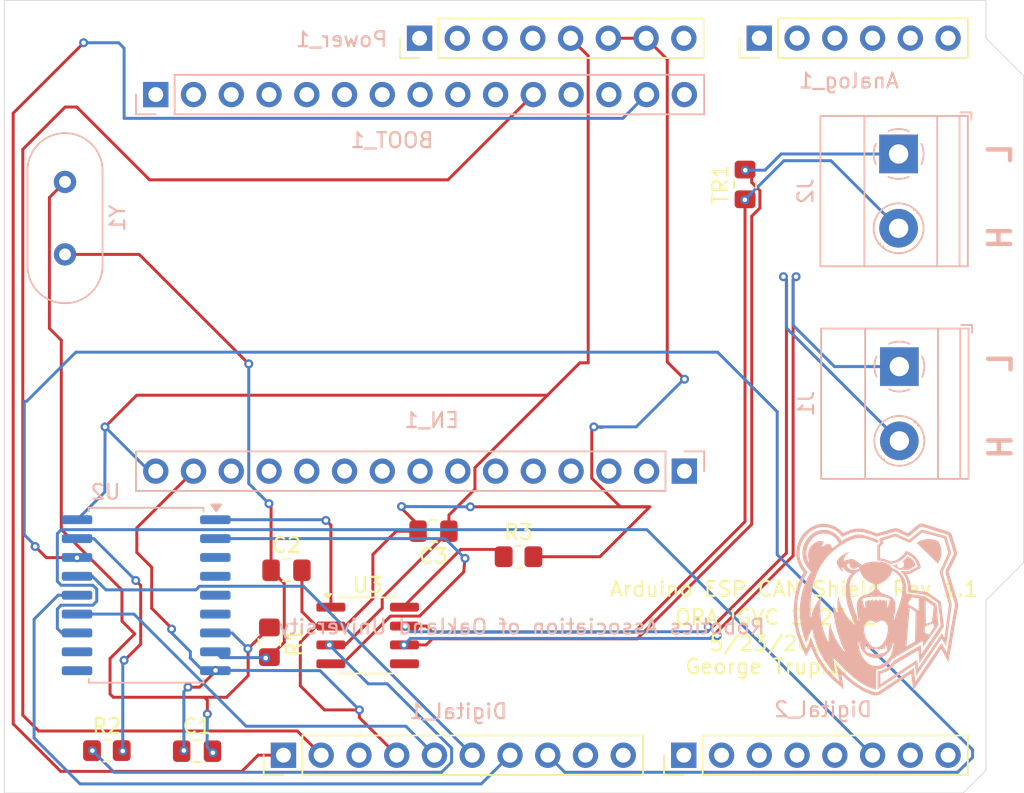
<source format=kicad_pcb>
(kicad_pcb (version 20240108) (generator "pcbnew") (generator_version "8.0")
  (layers (0 "F.Cu" signal) (31 "B.Cu" signal) (34 "B.Paste" user) (35 "F.Paste" user) (36 "B.SilkS" user "B.Silkscreen") (37 "F.SilkS" user "F.Silkscreen") (38 "B.Mask" user) (39 "F.Mask" user) (44 "Edge.Cuts" user))
  (net 0 "")
  (net 8 "Net-(U2-OSC2)")
  (net 9 "Net-(U2-OSC1)")
  (net 10 "+5V")
  (net 11 "SO")
  (net 12 "SDA")
  (net 13 "SCL")
  (net 16 "GND")
  (net 19 "SI")
  (net 29 "SCK")
  (net 30 "CS")
  (net 57 "INT")
  (net 58 "CAN+")
  (net 59 "CAN-")
  (net 60 "Net-(U2-~{RESET})")
  (net 61 "Net-(U3-Rs)")
  (net 64 "Net-(U2-RXCAN)")
  (net 68 "Net-(U2-TXCAN)")
  (footprint "Resistor_SMD:R_0805_2012Metric_Pad1.20x1.40mm_HandSolder" (layer "F.Cu") (at 41.615 65.98 -90)
    (property "Reference" "R1" (at 0 -1.65 90) (layer "F.SilkS"))
    (property "Value" "1M")
    (pad "1" smd roundrect (at -1 0 270) (size 1.2 1.4) (layers "F.Cu" "F.Paste" "F.Mask") (roundrect_rratio 0.208333) (net 8 "Net-(U2-OSC2)"))
    (pad "2" smd roundrect (at 1 0 270) (size 1.2 1.4) (layers "F.Cu" "F.Paste" "F.Mask") (roundrect_rratio 0.208333) (net 9 "Net-(U2-OSC1)"))
  )
  (footprint "Resistor_SMD:R_0805_2012Metric_Pad1.20x1.40mm_HandSolder" (layer "F.Cu") (at 73.61 35.16 90)
    (property "Reference" "TR1" (at 0 -1.65 -90) (layer "F.SilkS"))
    (property "Value" "120")
    (pad "1" smd roundrect (at -1 0 90) (size 1.2 1.4) (layers "F.Cu" "F.Paste" "F.Mask") (roundrect_rratio 0.208333) (net 58 "CAN+"))
    (pad "2" smd roundrect (at 1 0 90) (size 1.2 1.4) (layers "F.Cu" "F.Paste" "F.Mask") (roundrect_rratio 0.208333) (net 59 "CAN-"))
  )
  (footprint "Capacitor_SMD:C_0805_2012Metric_Pad1.18x1.45mm_HandSolder" (layer "F.Cu") (at 42.765 61.13)
    (property "Reference" "C2" (at 0 -1.68 0) (layer "F.SilkS"))
    (property "Value" "22pF")
    (pad "1" smd roundrect (at -1.0375 0) (size 1.175 1.45) (layers "F.Cu" "F.Paste" "F.Mask") (roundrect_rratio 0.212766) (net 9 "Net-(U2-OSC1)"))
    (pad "2" smd roundrect (at 1.0375 0) (size 1.175 1.45) (layers "F.Cu" "F.Paste" "F.Mask") (roundrect_rratio 0.212766) (net 16 "GND"))
  )
  (footprint "Connector_PinHeader_2.54mm:PinHeader_1x10_P2.54mm_Vertical" (layer "F.Cu") (at 42.56 73.58 90)
    (property "Reference" "Digital_1" (at 2.95 11.76 0) (layer "B.SilkS") (effects (justify mirror)))
    (property "Value" "Conn_01x10" (hide yes))
    (pad "1" thru_hole rect (at 0 0 90) (size 1.7 1.7) (drill 1) (layers "*.Cu" "*.Mask") (net 13 "SCL"))
    (pad "2" thru_hole oval (at 0 2.54 90) (size 1.7 1.7) (drill 1) (layers "*.Cu" "*.Mask") (net 12 "SDA"))
    (pad "3" thru_hole oval (at 0 5.08 90) (size 1.7 1.7) (drill 1) (layers "*.Cu" "*.Mask"))
    (pad "4" thru_hole oval (at 0 7.62 90) (size 1.7 1.7) (drill 1) (layers "*.Cu" "*.Mask") (net 16 "GND"))
    (pad "5" thru_hole oval (at 0 10.16 90) (size 1.7 1.7) (drill 1) (layers "*.Cu" "*.Mask") (net 29 "SCK"))
    (pad "6" thru_hole oval (at 0 12.7 90) (size 1.7 1.7) (drill 1) (layers "*.Cu" "*.Mask") (net 11 "SO"))
    (pad "7" thru_hole oval (at 0 15.24 90) (size 1.7 1.7) (drill 1) (layers "*.Cu" "*.Mask") (net 19 "SI"))
    (pad "8" thru_hole oval (at 0 17.78 90) (size 1.7 1.7) (drill 1) (layers "*.Cu" "*.Mask") (net 30 "CS"))
    (pad "9" thru_hole oval (at 0 20.32 90) (size 1.7 1.7) (drill 1) (layers "*.Cu" "*.Mask"))
    (pad "10" thru_hole oval (at 0 22.86 90) (size 1.7 1.7) (drill 1) (layers "*.Cu" "*.Mask"))
  )
  (footprint "Capacitor_SMD:C_0805_2012Metric_Pad1.18x1.45mm_HandSolder" (layer "F.Cu") (at 36.75 73.31)
    (property "Reference" "C1" (at 0 -1.68 0) (layer "F.SilkS"))
    (property "Value" "22pF")
    (pad "1" smd roundrect (at -1.0375 0) (size 1.175 1.45) (layers "F.Cu" "F.Paste" "F.Mask") (roundrect_rratio 0.212766) (net 16 "GND"))
    (pad "2" smd roundrect (at 1.0375 0) (size 1.175 1.45) (layers "F.Cu" "F.Paste" "F.Mask") (roundrect_rratio 0.212766) (net 8 "Net-(U2-OSC2)"))
  )
  (footprint "Resistor_SMD:R_0805_2012Metric_Pad1.20x1.40mm_HandSolder" (layer "F.Cu") (at 30.68 73.27)
    (property "Reference" "R2" (at 0 -1.65 0) (layer "F.SilkS"))
    (property "Value" "10k")
    (pad "1" smd roundrect (at -1 0) (size 1.2 1.4) (layers "F.Cu" "F.Paste" "F.Mask") (roundrect_rratio 0.208333) (net 10 "+5V"))
    (pad "2" smd roundrect (at 1 0) (size 1.2 1.4) (layers "F.Cu" "F.Paste" "F.Mask") (roundrect_rratio 0.208333) (net 60 "Net-(U2-~{RESET})"))
  )
  (footprint "Connector_PinHeader_2.54mm:PinHeader_1x08_P2.54mm_Vertical" (layer "F.Cu") (at 51.715 25.32 90)
    (property "Reference" "Power_1" (at -0.08 -5.245 180) (layer "B.SilkS") (effects (justify mirror)))
    (property "Value" "Conn_01x08" (hide yes))
    (pad "1" thru_hole rect (at 0 0 90) (size 1.7 1.7) (drill 1) (layers "*.Cu" "*.Mask"))
    (pad "2" thru_hole oval (at 0 2.54 90) (size 1.7 1.7) (drill 1) (layers "*.Cu" "*.Mask"))
    (pad "3" thru_hole oval (at 0 5.08 90) (size 1.7 1.7) (drill 1) (layers "*.Cu" "*.Mask"))
    (pad "4" thru_hole oval (at 0 7.62 90) (size 1.7 1.7) (drill 1) (layers "*.Cu" "*.Mask"))
    (pad "5" thru_hole oval (at 0 10.16 90) (size 1.7 1.7) (drill 1) (layers "*.Cu" "*.Mask") (net 10 "+5V"))
    (pad "6" thru_hole oval (at 0 12.7 90) (size 1.7 1.7) (drill 1) (layers "*.Cu" "*.Mask") (net 16 "GND"))
    (pad "7" thru_hole oval (at 0 15.24 90) (size 1.7 1.7) (drill 1) (layers "*.Cu" "*.Mask") (net 16 "GND"))
    (pad "8" thru_hole oval (at 0 17.78 90) (size 1.7 1.7) (drill 1) (layers "*.Cu" "*.Mask"))
  )
  (footprint "Resistor_SMD:R_0805_2012Metric_Pad1.20x1.40mm_HandSolder" (layer "F.Cu") (at 58.375 60.22)
    (property "Reference" "R3" (at 0 -1.65 0) (layer "F.SilkS"))
    (property "Value" "10k")
    (pad "1" smd roundrect (at -1 0) (size 1.2 1.4) (layers "F.Cu" "F.Paste" "F.Mask") (roundrect_rratio 0.208333) (net 61 "Net-(U3-Rs)"))
    (pad "2" smd roundrect (at 1 0) (size 1.2 1.4) (layers "F.Cu" "F.Paste" "F.Mask") (roundrect_rratio 0.208333) (net 16 "GND"))
  )
  (footprint "Connector_PinHeader_2.54mm:PinHeader_1x06_P2.54mm_Vertical" (layer "F.Cu") (at 74.57 25.31 90)
    (property "Reference" "Analog_1" (at -2.87 6.02 0) (layer "B.SilkS") (effects (justify mirror)))
    (property "Value" "Conn_01x06" (hide yes))
    (pad "1" thru_hole rect (at 0 0 90) (size 1.7 1.7) (drill 1) (layers "*.Cu" "*.Mask"))
    (pad "2" thru_hole oval (at 0 2.54 90) (size 1.7 1.7) (drill 1) (layers "*.Cu" "*.Mask"))
    (pad "3" thru_hole oval (at 0 5.08 90) (size 1.7 1.7) (drill 1) (layers "*.Cu" "*.Mask"))
    (pad "4" thru_hole oval (at 0 7.62 90) (size 1.7 1.7) (drill 1) (layers "*.Cu" "*.Mask"))
    (pad "5" thru_hole oval (at 0 10.16 90) (size 1.7 1.7) (drill 1) (layers "*.Cu" "*.Mask"))
    (pad "6" thru_hole oval (at 0 12.7 90) (size 1.7 1.7) (drill 1) (layers "*.Cu" "*.Mask"))
  )
  (footprint "Capacitor_SMD:C_0805_2012Metric_Pad1.18x1.45mm_HandSolder" (layer "F.Cu") (at 52.6525 58.5 180)
    (property "Reference" "C3" (at 0 -1.68 180) (layer "F.SilkS"))
    (property "Value" "100nF")
    (pad "1" smd roundrect (at -1.0375 0 180) (size 1.175 1.45) (layers "F.Cu" "F.Paste" "F.Mask") (roundrect_rratio 0.212766) (net 10 "+5V"))
    (pad "2" smd roundrect (at 1.0375 0 180) (size 1.175 1.45) (layers "F.Cu" "F.Paste" "F.Mask") (roundrect_rratio 0.212766) (net 16 "GND"))
  )
  (footprint "Connector_PinHeader_2.54mm:PinHeader_1x08_P2.54mm_Vertical" (layer "F.Cu") (at 69.49 73.58 90)
    (property "Reference" "Digital_2" (at 3.08 9.37 0) (layer "B.SilkS") (effects (justify mirror)))
    (property "Value" "Conn_01x08" (hide yes))
    (pad "1" thru_hole rect (at 0 0 90) (size 1.7 1.7) (drill 1) (layers "*.Cu" "*.Mask"))
    (pad "2" thru_hole oval (at 0 2.54 90) (size 1.7 1.7) (drill 1) (layers "*.Cu" "*.Mask"))
    (pad "3" thru_hole oval (at 0 5.08 90) (size 1.7 1.7) (drill 1) (layers "*.Cu" "*.Mask"))
    (pad "4" thru_hole oval (at 0 7.62 90) (size 1.7 1.7) (drill 1) (layers "*.Cu" "*.Mask"))
    (pad "5" thru_hole oval (at 0 10.16 90) (size 1.7 1.7) (drill 1) (layers "*.Cu" "*.Mask"))
    (pad "6" thru_hole oval (at 0 12.7 90) (size 1.7 1.7) (drill 1) (layers "*.Cu" "*.Mask") (net 57 "INT"))
    (pad "7" thru_hole oval (at 0 15.24 90) (size 1.7 1.7) (drill 1) (layers "*.Cu" "*.Mask"))
    (pad "8" thru_hole oval (at 0 17.78 90) (size 1.7 1.7) (drill 1) (layers "*.Cu" "*.Mask"))
  )
  (footprint "Package_SO:SOIC-8_3.9x4.9mm_P1.27mm" (layer "F.Cu") (at 48.225 65.52)
    (property "Reference" "U3" (at 0 -3.4 0) (layer "F.SilkS"))
    (property "Value" "MCP2551-I-SN")
    (pad "1" smd roundrect (at -2.475 -1.905) (size 1.95 0.6) (layers "F.Cu" "F.Paste" "F.Mask") (net 68 "Net-(U2-TXCAN)"))
    (pad "2" smd roundrect (at -2.475 -0.635) (size 1.95 0.6) (layers "F.Cu" "F.Paste" "F.Mask") (net 16 "GND"))
    (pad "3" smd roundrect (at -2.475 0.635) (size 1.95 0.6) (layers "F.Cu" "F.Paste" "F.Mask") (net 10 "+5V"))
    (pad "4" smd roundrect (at -2.475 1.905) (size 1.95 0.6) (layers "F.Cu" "F.Paste" "F.Mask") (net 64 "Net-(U2-RXCAN)"))
    (pad "5" smd roundrect (at 2.475 1.905) (size 1.95 0.6) (layers "F.Cu" "F.Paste" "F.Mask"))
    (pad "6" smd roundrect (at 2.475 0.635) (size 1.95 0.6) (layers "F.Cu" "F.Paste" "F.Mask") (net 59 "CAN-"))
    (pad "7" smd roundrect (at 2.475 -0.635) (size 1.95 0.6) (layers "F.Cu" "F.Paste" "F.Mask") (net 58 "CAN+"))
    (pad "8" smd roundrect (at 2.475 -1.905) (size 1.95 0.6) (layers "F.Cu" "F.Paste" "F.Mask") (net 61 "Net-(U3-Rs)"))
  )
  (footprint "Package_SO:SOIC-18W_7.5x11.6mm_P1.27mm" (layer "B.Cu") (at 33.325 62.81 180)
    (property "Reference" "U2" (at 2.735 6.95 180) (layer "B.SilkS") (effects (justify mirror)))
    (property "Value" "MCP2515-xSO")
    (pad "1" smd roundrect (at -4.65 5.08 180) (size 2.05 0.6) (layers "B.Cu" "B.Paste" "B.Mask") (net 68 "Net-(U2-TXCAN)"))
    (pad "2" smd roundrect (at -4.65 3.81 180) (size 2.05 0.6) (layers "B.Cu" "B.Paste" "B.Mask") (net 64 "Net-(U2-RXCAN)"))
    (pad "3" smd roundrect (at -4.65 2.54 180) (size 2.05 0.6) (layers "B.Cu" "B.Paste" "B.Mask"))
    (pad "4" smd roundrect (at -4.65 1.27 180) (size 2.05 0.6) (layers "B.Cu" "B.Paste" "B.Mask"))
    (pad "5" smd roundrect (at -4.65 0 180) (size 2.05 0.6) (layers "B.Cu" "B.Paste" "B.Mask"))
    (pad "6" smd roundrect (at -4.65 -1.27 180) (size 2.05 0.6) (layers "B.Cu" "B.Paste" "B.Mask"))
    (pad "7" smd roundrect (at -4.65 -2.54 180) (size 2.05 0.6) (layers "B.Cu" "B.Paste" "B.Mask") (net 8 "Net-(U2-OSC2)"))
    (pad "8" smd roundrect (at -4.65 -3.81 180) (size 2.05 0.6) (layers "B.Cu" "B.Paste" "B.Mask") (net 9 "Net-(U2-OSC1)"))
    (pad "9" smd roundrect (at -4.65 -5.08 180) (size 2.05 0.6) (layers "B.Cu" "B.Paste" "B.Mask") (net 16 "GND"))
    (pad "10" smd roundrect (at 4.65 -5.08 180) (size 2.05 0.6) (layers "B.Cu" "B.Paste" "B.Mask"))
    (pad "11" smd roundrect (at 4.65 -3.81 180) (size 2.05 0.6) (layers "B.Cu" "B.Paste" "B.Mask"))
    (pad "12" smd roundrect (at 4.65 -2.54 180) (size 2.05 0.6) (layers "B.Cu" "B.Paste" "B.Mask") (net 57 "INT"))
    (pad "13" smd roundrect (at 4.65 -1.27 180) (size 2.05 0.6) (layers "B.Cu" "B.Paste" "B.Mask") (net 29 "SCK"))
    (pad "14" smd roundrect (at 4.65 0 180) (size 2.05 0.6) (layers "B.Cu" "B.Paste" "B.Mask") (net 19 "SI"))
    (pad "15" smd roundrect (at 4.65 1.27 180) (size 2.05 0.6) (layers "B.Cu" "B.Paste" "B.Mask") (net 11 "SO"))
    (pad "16" smd roundrect (at 4.65 2.54 180) (size 2.05 0.6) (layers "B.Cu" "B.Paste" "B.Mask") (net 30 "CS"))
    (pad "17" smd roundrect (at 4.65 3.81 180) (size 2.05 0.6) (layers "B.Cu" "B.Paste" "B.Mask") (net 60 "Net-(U2-~{RESET})"))
    (pad "18" smd roundrect (at 4.65 5.08 180) (size 2.05 0.6) (layers "B.Cu" "B.Paste" "B.Mask") (net 10 "+5V"))
  )
  (footprint "AdditionalParts:ORA_Logo_V2" (layer "B.Cu") (at 82.426806 63.828892 180)
    (property "Reference" "G***" (hide yes))
    (property "Value" "LOGO" (hide yes))
  )
  (footprint "Connector_PinSocket_2.54mm:PinSocket_1x15_P2.54mm_Vertical" (layer "B.Cu") (at 69.53 54.46 90)
    (property "Reference" "EN_1" (at 3.43 -17 0) (layer "B.SilkS") (effects (justify mirror)))
    (property "Value" "Conn_01x15" (hide yes))
    (pad "1" thru_hole rect (at 0 0 90) (size 1.7 1.7) (drill 1) (layers "*.Cu" "*.Mask"))
    (pad "2" thru_hole oval (at 0 -2.54 90) (size 1.7 1.7) (drill 1) (layers "*.Cu" "*.Mask"))
    (pad "3" thru_hole oval (at 0 -5.08 90) (size 1.7 1.7) (drill 1) (layers "*.Cu" "*.Mask"))
    (pad "4" thru_hole oval (at 0 -7.62 90) (size 1.7 1.7) (drill 1) (layers "*.Cu" "*.Mask"))
    (pad "5" thru_hole oval (at 0 -10.16 90) (size 1.7 1.7) (drill 1) (layers "*.Cu" "*.Mask"))
    (pad "6" thru_hole oval (at 0 -12.7 90) (size 1.7 1.7) (drill 1) (layers "*.Cu" "*.Mask"))
    (pad "7" thru_hole oval (at 0 -15.24 90) (size 1.7 1.7) (drill 1) (layers "*.Cu" "*.Mask"))
    (pad "8" thru_hole oval (at 0 -17.78 90) (size 1.7 1.7) (drill 1) (layers "*.Cu" "*.Mask"))
    (pad "9" thru_hole oval (at 0 -20.32 90) (size 1.7 1.7) (drill 1) (layers "*.Cu" "*.Mask"))
    (pad "10" thru_hole oval (at 0 -22.86 90) (size 1.7 1.7) (drill 1) (layers "*.Cu" "*.Mask"))
    (pad "11" thru_hole oval (at 0 -25.4 90) (size 1.7 1.7) (drill 1) (layers "*.Cu" "*.Mask"))
    (pad "12" thru_hole oval (at 0 -27.94 90) (size 1.7 1.7) (drill 1) (layers "*.Cu" "*.Mask"))
    (pad "13" thru_hole oval (at 0 -30.48 90) (size 1.7 1.7) (drill 1) (layers "*.Cu" "*.Mask"))
    (pad "14" thru_hole oval (at 0 -33.02 90) (size 1.7 1.7) (drill 1) (layers "*.Cu" "*.Mask") (net 16 "GND"))
    (pad "15" thru_hole oval (at 0 -35.56 90) (size 1.7 1.7) (drill 1) (layers "*.Cu" "*.Mask") (net 10 "+5V"))
  )
  (footprint "TerminalBlock_Phoenix:TerminalBlock_Phoenix_MKDS-1,5-2_1x02_P5.00mm_Horizontal" (layer "B.Cu") (at 83.99 47.42 -90)
    (property "Reference" "J1" (at 2.5 6.26 90) (layer "B.SilkS") (effects (justify mirror)))
    (property "Value" "CAN")
    (pad "1" thru_hole rect (at 0 0 270) (size 2.6 2.6) (drill 1.3) (layers "*.Cu" "*.Mask") (net 59 "CAN-"))
    (pad "2" thru_hole circle (at 5 0 270) (size 2.6 2.6) (drill 1.3) (layers "*.Cu" "*.Mask") (net 58 "CAN+"))
  )
  (footprint "TerminalBlock_Phoenix:TerminalBlock_Phoenix_MKDS-1,5-2_1x02_P5.00mm_Horizontal" (layer "B.Cu") (at 83.94 33.11 -90)
    (property "Reference" "J2" (at 2.5 6.26 90) (layer "B.SilkS") (effects (justify mirror)))
    (property "Value" "CAN")
    (pad "1" thru_hole rect (at 0 0 270) (size 2.6 2.6) (drill 1.3) (layers "*.Cu" "*.Mask") (net 59 "CAN-"))
    (pad "2" thru_hole circle (at 5 0 270) (size 2.6 2.6) (drill 1.3) (layers "*.Cu" "*.Mask") (net 58 "CAN+"))
  )
  (footprint "Connector_PinSocket_2.54mm:PinSocket_1x15_P2.54mm_Vertical" (layer "B.Cu") (at 33.97 29.11 -90)
    (property "Reference" "BOOT_1" (at 3.08 -15.885 180) (layer "B.SilkS") (effects (justify mirror)))
    (property "Value" "Conn_01x15" (hide yes))
    (pad "1" thru_hole rect (at 0 0 270) (size 1.7 1.7) (drill 1) (layers "*.Cu" "*.Mask"))
    (pad "2" thru_hole oval (at 0 -2.54 270) (size 1.7 1.7) (drill 1) (layers "*.Cu" "*.Mask"))
    (pad "3" thru_hole oval (at 0 -5.08 270) (size 1.7 1.7) (drill 1) (layers "*.Cu" "*.Mask"))
    (pad "4" thru_hole oval (at 0 -7.62 270) (size 1.7 1.7) (drill 1) (layers "*.Cu" "*.Mask"))
    (pad "5" thru_hole oval (at 0 -10.16 270) (size 1.7 1.7) (drill 1) (layers "*.Cu" "*.Mask"))
    (pad "6" thru_hole oval (at 0 -12.7 270) (size 1.7 1.7) (drill 1) (layers "*.Cu" "*.Mask"))
    (pad "7" thru_hole oval (at 0 -15.24 270) (size 1.7 1.7) (drill 1) (layers "*.Cu" "*.Mask"))
    (pad "8" thru_hole oval (at 0 -17.78 270) (size 1.7 1.7) (drill 1) (layers "*.Cu" "*.Mask"))
    (pad "9" thru_hole oval (at 0 -20.32 270) (size 1.7 1.7) (drill 1) (layers "*.Cu" "*.Mask"))
    (pad "10" thru_hole oval (at 0 -22.86 270) (size 1.7 1.7) (drill 1) (layers "*.Cu" "*.Mask"))
    (pad "11" thru_hole oval (at 0 -25.4 270) (size 1.7 1.7) (drill 1) (layers "*.Cu" "*.Mask") (net 12 "SDA"))
    (pad "12" thru_hole oval (at 0 -27.94 270) (size 1.7 1.7) (drill 1) (layers "*.Cu" "*.Mask"))
    (pad "13" thru_hole oval (at 0 -30.48 270) (size 1.7 1.7) (drill 1) (layers "*.Cu" "*.Mask"))
    (pad "14" thru_hole oval (at 0 -33.02 270) (size 1.7 1.7) (drill 1) (layers "*.Cu" "*.Mask") (net 13 "SCL"))
    (pad "15" thru_hole oval (at 0 -35.56 270) (size 1.7 1.7) (drill 1) (layers "*.Cu" "*.Mask"))
  )
  (footprint "Crystal:Crystal_HC49-4H_Vertical" (layer "B.Cu") (at 27.865 39.87 90)
    (property "Reference" "Y1" (at 2.44 3.525 -90) (layer "B.SilkS") (effects (justify mirror)))
    (property "Value" "8Mhz")
    (pad "1" thru_hole circle (at 0 0 90) (size 1.5 1.5) (drill 0.8) (layers "*.Cu" "*.Mask") (net 9 "Net-(U2-OSC1)"))
    (pad "2" thru_hole circle (at 4.88 0 90) (size 1.5 1.5) (drill 0.8) (layers "*.Cu" "*.Mask") (net 8 "Net-(U2-OSC2)"))
  )
  (gr_line (start 92.3 60.67) (end 92.36 60.61) (stroke (width 0.05)) (layer "Edge.Cuts"))
  (gr_line (start 89.82 63.15) (end 89.82 63.27) (stroke (width 0.05)) (layer "Edge.Cuts"))
  (gr_line (start 92.27 60.7) (end 92.3 60.67) (stroke (width 0.05)) (layer "Edge.Cuts"))
  (gr_line (start 23.78 22.77) (end 23.78 75.96) (stroke (width 0.05)) (layer "Edge.Cuts"))
  (gr_line (start 89.82 74.31) (end 89.82 63.27) (stroke (width 0.05)) (layer "Edge.Cuts"))
  (gr_line (start 23.78 76.11) (end 88.19 76.11) (stroke (width 0.05)) (layer "Edge.Cuts"))
  (gr_line (start 89.82 25.31) (end 89.82 22.9) (stroke (width 0.05)) (layer "Edge.Cuts"))
  (gr_line (start 75.33 22.77) (end 23.78 22.77) (stroke (width 0.05)) (layer "Edge.Cuts"))
  (gr_line (start 88.51 75.9) (end 89.72 74.69) (stroke (width 0.05)) (layer "Edge.Cuts"))
  (gr_line (start 92.36 27.85) (end 92.16 27.65) (stroke (width 0.05)) (layer "Edge.Cuts"))
  (gr_line (start 88.3 76.11) (end 88.19 76.11) (stroke (width 0.05)) (layer "Edge.Cuts"))
  (gr_line (start 92.16 27.65) (end 89.82 25.31) (stroke (width 0.05)) (layer "Edge.Cuts"))
  (gr_line (start 23.78 75.96) (end 23.78 76.11) (stroke (width 0.05)) (layer "Edge.Cuts"))
  (gr_line (start 89.82 22.9) (end 89.82 22.77) (stroke (width 0.05)) (layer "Edge.Cuts"))
  (gr_line (start 89.93 63.04) (end 92.27 60.7) (stroke (width 0.05)) (layer "Edge.Cuts"))
  (gr_line (start 89.82 22.77) (end 89.63 22.77) (stroke (width 0.05)) (layer "Edge.Cuts"))
  (gr_line (start 89.82 74.59) (end 89.82 74.51) (stroke (width 0.05)) (layer "Edge.Cuts"))
  (gr_line (start 92.36 28.01) (end 92.36 27.85) (stroke (width 0.05)) (layer "Edge.Cuts"))
  (gr_line (start 89.72 74.69) (end 89.82 74.59) (stroke (width 0.05)) (layer "Edge.Cuts"))
  (gr_line (start 89.82 74.31) (end 89.82 74.51) (stroke (width 0.05)) (layer "Edge.Cuts"))
  (gr_line (start 89.93 63.04) (end 89.82 63.15) (stroke (width 0.05)) (layer "Edge.Cuts"))
  (gr_line (start 88.51 75.9) (end 88.3 76.11) (stroke (width 0.05)) (layer "Edge.Cuts"))
  (gr_line (start 92.36 60.61) (end 92.36 28.01) (stroke (width 0.05)) (layer "Edge.Cuts"))
  (gr_line (start 89.63 22.77) (end 75.33 22.77) (stroke (width 0.05)) (layer "Edge.Cuts"))
  (gr_text "Robotics Association of Oakland University" (at 75.035 65.52 -0) (layer "B.SilkS") (effects (font (size 1 1)) (justify left bottom mirror)))
  (gr_text "H\n" (at 91.64 37.75 90) (layer "B.SilkS") (effects (font (size 1.5 1.5) (thickness 0.3) (bold yes)) (justify left bottom mirror)))
  (gr_text "L\n" (at 91.67 46.34 90) (layer "B.SilkS") (effects (font (size 1.5 1.5) (thickness 0.3) (bold yes)) (justify left bottom mirror)))
  (gr_text "H\n" (at 91.67 51.84 90) (layer "B.SilkS") (effects (font (size 1.5 1.5) (thickness 0.3) (bold yes)) (justify left bottom mirror)))
  (gr_text "L\n" (at 91.64 32.25 90) (layer "B.SilkS") (effects (font (size 1.5 1.5) (thickness 0.3) (bold yes)) (justify left bottom mirror)))
  (gr_text "ORA IGVC 2023/24" (at 68.8 64.89 0) (layer "F.SilkS") (effects (font (size 1 1)) (justify left bottom)))
  (gr_text "George Trupiano" (at 69.51 68.2 -0) (layer "F.SilkS") (effects (font (size 1 1)) (justify left bottom)))
  (gr_text "Arduino ESP CAN Shield Rev 1.1" (at 64.42 62.98 0) (layer "F.SilkS") (effects (font (size 1 1)) (justify left bottom)))
  (gr_text "5/23/2024\n" (at 71.12 66.65 0) (layer "F.SilkS") (effects (font (size 1 1)) (justify left bottom)))
  (segment (start 26.815 36.04) (end 27.865 34.99) (width 0.2) (layer "F.Cu") (net 8))
  (segment (start 40.185 66.41) (end 40.165 66.41) (width 0.2) (layer "F.Cu") (net 8))
  (segment (start 31.695 62.461471) (end 27.615 58.381471) (width 0.2) (layer "F.Cu") (net 8))
  (segment (start 37.44 70.81) (end 37.44 69.87) (width 0.2) (layer "F.Cu") (net 8))
  (segment (start 26.815 44.85) (end 26.815 36.04) (width 0.2) (layer "F.Cu") (net 8))
  (segment (start 32.555 65.4125) (end 31.695 64.5525) (width 0.2) (layer "F.Cu") (net 8))
  (segment (start 27.615 58.381471) (end 27.615 45.65) (width 0.2) (layer "F.Cu") (net 8))
  (segment (start 40.185 68.23) (end 40.185 66.41) (width 0.2) (layer "F.Cu") (net 8))
  (segment (start 27.615 45.65) (end 26.815 44.85) (width 0.2) (layer "F.Cu") (net 8))
  (segment (start 38.735 69.68) (end 40.185 68.23) (width 0.2) (layer "F.Cu") (net 8))
  (segment (start 37.44 69.87) (end 37.25 69.68) (width 0.2) (layer "F.Cu") (net 8))
  (segment (start 40.185 66.41) (end 40.185 66.41) (width 0.2) (layer "F.Cu") (net 8))
  (segment (start 30.895 67.0725) (end 30.895 69.46) (width 0.2) (layer "F.Cu") (net 8))
  (segment (start 37.25 69.68) (end 38.735 69.68) (width 0.2) (layer "F.Cu") (net 8))
  (segment (start 31.115 69.68) (end 37.25 69.68) (width 0.2) (layer "F.Cu") (net 8))
  (segment (start 32.555 65.4125) (end 30.895 67.0725) (width 0.2) (layer "F.Cu") (net 8))
  (segment (start 30.895 69.46) (end 31.115 69.68) (width 0.2) (layer "F.Cu") (net 8))
  (segment (start 40.165 66.41) (end 40.165 66.43) (width 0.2) (layer "F.Cu") (net 8))
  (segment (start 31.695 64.5525) (end 31.695 62.461471) (width 0.2) (layer "F.Cu") (net 8))
  (segment (start 40.165 66.43) (end 41.615 64.98) (width 0.2) (layer "F.Cu") (net 8))
  (via (at 37.44 70.81) (size 0.6) (drill 0.3) (layers "F.Cu" "B.Cu") (net 8))
  (via (at 37.81 73.41) (size 0.6) (drill 0.3) (layers "F.Cu" "B.Cu") (net 8))
  (via (at 40.165 66.41) (size 0.6) (drill 0.3) (layers "F.Cu" "B.Cu") (net 8))
  (segment (start 37.42 73.02) (end 37.44 70.81) (width 0.2) (layer "B.Cu") (net 8))
  (segment (start 37.975 65.35) (end 39.105 65.35) (width 0.2) (layer "B.Cu") (net 8))
  (segment (start 39.105 65.35) (end 40.165 66.41) (width 0.2) (layer "B.Cu") (net 8))
  (segment (start 37.81 73.41) (end 37.42 73.02) (width 0.2) (layer "B.Cu") (net 8))
  (segment (start 37.44 70.81) (end 37.42 70.83) (width 0.2) (layer "B.Cu") (net 8))
  (segment (start 41.685 56.65) (end 41.585 56.65) (width 0.2) (layer "F.Cu") (net 9))
  (segment (start 42.615 65.98) (end 41.615 66.98) (width 0.2) (layer "F.Cu") (net 9))
  (segment (start 32.855 39.87) (end 27.865 39.87) (width 0.2) (layer "F.Cu") (net 9))
  (segment (start 40.225 47.24) (end 32.855 39.87) (width 0.2) (layer "F.Cu") (net 9))
  (segment (start 42.615 62.0175) (end 42.615 65.98) (width 0.2) (layer "F.Cu") (net 9))
  (segment (start 41.7275 56.6925) (end 41.685 56.65) (width 0.2) (layer "F.Cu") (net 9))
  (segment (start 41.7275 61.13) (end 42.615 62.0175) (width 0.2) (layer "F.Cu") (net 9))
  (segment (start 41.585 56.65) (end 41.585 56.55) (width 0.2) (layer "F.Cu") (net 9))
  (segment (start 41.585 56.55) (end 41.685 56.65) (width 0.2) (layer "F.Cu") (net 9))
  (segment (start 41.7275 61.13) (end 41.7275 56.6925) (width 0.2) (layer "F.Cu") (net 9))
  (via (at 40.225 47.24) (size 0.6) (drill 0.3) (layers "F.Cu" "B.Cu") (net 9))
  (via (at 41.365 67.04) (size 0.6) (drill 0.3) (layers "F.Cu" "B.Cu") (net 9))
  (via (at 41.585 56.65) (size 0.6) (drill 0.3) (layers "F.Cu" "B.Cu") (net 9))
  (segment (start 40.225 47.24) (end 40.245 47.24) (width 0.2) (layer "B.Cu") (net 9))
  (segment (start 40.245 47.24) (end 40.185 47.3) (width 0.2) (layer "B.Cu") (net 9))
  (segment (start 41.315 67.04) (end 41.365 67.04) (width 0.2) (layer "B.Cu") (net 9))
  (segment (start 41.365 67.04) (end 41.365 67.09) (width 0.2) (layer "B.Cu") (net 9))
  (segment (start 40.225 55.29) (end 41.585 56.65) (width 0.2) (layer "B.Cu") (net 9))
  (segment (start 40.225 47.24) (end 40.225 55.29) (width 0.2) (layer "B.Cu") (net 9))
  (segment (start 41.365 67.09) (end 41.305 67.03) (width 0.2) (layer "B.Cu") (net 9))
  (segment (start 38.365 67.01) (end 41.285 67.01) (width 0.2) (layer "B.Cu") (net 9))
  (segment (start 41.285 67.01) (end 41.315 67.04) (width 0.2) (layer "B.Cu") (net 9))
  (segment (start 37.975 66.62) (end 38.365 67.01) (width 0.2) (layer "B.Cu") (net 9))
  (segment (start 49.205 63.674999) (end 49.205 62.985) (width 0.2) (layer "F.Cu") (net 10))
  (segment (start 45.75 66.155) (end 45.745 66.155) (width 0.2) (layer "F.Cu") (net 10))
  (segment (start 61.875 25.32) (end 63.06 26.505) (width 0.2) (layer "F.Cu") (net 10))
  (segment (start 63.06 26.505) (end 63.06 47.17) (width 0.2) (layer "F.Cu") (net 10))
  (segment (start 60.316827 49.346827) (end 62.493654 47.17) (width 0.2) (layer "F.Cu") (net 10))
  (segment (start 30.56 51.48) (end 32.693173 49.346827) (width 0.2) (layer "F.Cu") (net 10))
  (segment (start 60.316827 49.346827) (end 55.44 54.223654) (width 0.2) (layer "F.Cu") (net 10))
  (segment (start 45.755 66.155) (end 46.724999 66.155) (width 0.2) (layer "F.Cu") (net 10))
  (segment (start 55.44 55.67) (end 53.69 57.42) (width 0.2) (layer "F.Cu") (net 10))
  (segment (start 53.69 57.42) (end 53.69 58.5) (width 0.2) (layer "F.Cu") (net 10))
  (segment (start 46.724999 66.155) (end 49.205 63.674999) (width 0.2) (layer "F.Cu") (net 10))
  (segment (start 49.205 62.985) (end 53.69 58.5) (width 0.2) (layer "F.Cu") (net 10))
  (segment (start 45.745 66.155) (end 45.65 66.16) (width 0.2) (layer "F.Cu") (net 10))
  (segment (start 55.44 54.223654) (end 55.44 55.67) (width 0.2) (layer "F.Cu") (net 10))
  (segment (start 32.693173 49.346827) (end 60.316827 49.346827) (width 0.2) (layer "F.Cu") (net 10))
  (segment (start 45.65 66.16) (end 45.755 66.155) (width 0.2) (layer "F.Cu") (net 10))
  (segment (start 62.493654 47.17) (end 63.06 47.17) (width 0.2) (layer "F.Cu") (net 10))
  (via (at 30.56 51.48) (size 0.6) (drill 0.3) (layers "F.Cu" "B.Cu") (net 10))
  (via (at 29.71 73.27) (size 0.6) (drill 0.3) (layers "F.Cu" "B.Cu") (net 10))
  (via (at 45.65 66.16) (size 0.6) (drill 0.3) (layers "F.Cu" "B.Cu") (net 10))
  (segment (start 48.265 68.775) (end 49.541346 68.775) (width 0.2) (layer "B.Cu") (net 10))
  (segment (start 28.675 57.73) (end 30.54 55.865) (width 0.2) (layer "B.Cu") (net 10))
  (segment (start 53.87 73.103654) (end 53.87 74.056346) (width 0.2) (layer "B.Cu") (net 10))
  (segment (start 53.87 74.056346) (end 53.196346 74.73) (width 0.2) (layer "B.Cu") (net 10))
  (segment (start 45.65 66.16) (end 48.265 68.775) (width 0.2) (layer "B.Cu") (net 10))
  (segment (start 33.54 54.46) (end 30.56 51.48) (width 0.2) (layer "B.Cu") (net 10))
  (segment (start 30.56 51.48) (end 30.54 51.55) (width 0.2) (layer "B.Cu") (net 10))
  (segment (start 31.17 74.73) (end 29.71 73.27) (width 0.2) (layer "B.Cu") (net 10))
  (segment (start 49.541346 68.775) (end 53.87 73.103654) (width 0.2) (layer "B.Cu") (net 10))
  (segment (start 53.196346 74.73) (end 31.17 74.73) (width 0.2) (layer "B.Cu") (net 10))
  (segment (start 30.54 55.865) (end 30.56 51.48) (width 0.2) (layer "B.Cu") (net 10))
  (segment (start 33.97 54.46) (end 33.54 54.46) (width 0.2) (layer "B.Cu") (net 10))
  (segment (start 43.91 62.21) (end 55.28 73.58) (width 0.2) (layer "B.Cu") (net 11))
  (segment (start 30.616238 62.45) (end 36.669448 62.45) (width 0.2) (layer "B.Cu") (net 11))
  (segment (start 36.669448 62.45) (end 36.909448 62.21) (width 0.2) (layer "B.Cu") (net 11))
  (segment (start 36.909448 62.21) (end 43.91 62.21) (width 0.2) (layer "B.Cu") (net 11))
  (segment (start 29.706238 61.54) (end 30.616238 62.45) (width 0.2) (layer "B.Cu") (net 11))
  (segment (start 28.675 61.54) (end 29.706238 61.54) (width 0.2) (layer "B.Cu") (net 11))
  (segment (start 28.655 29.95) (end 33.555 34.85) (width 0.2) (layer "F.Cu") (net 12))
  (segment (start 25.025 70.885) (end 25.025 32.8) (width 0.2) (layer "F.Cu") (net 12))
  (segment (start 33.555 34.85) (end 53.63 34.85) (width 0.2) (layer "F.Cu") (net 12))
  (segment (start 53.63 34.85) (end 59.37 29.11) (width 0.2) (layer "F.Cu") (net 12))
  (segment (start 43.49 71.95) (end 26.09 71.95) (width 0.2) (layer "F.Cu") (net 12))
  (segment (start 45.12 73.58) (end 43.49 71.95) (width 0.2) (layer "F.Cu") (net 12))
  (segment (start 26.09 71.95) (end 25.025 70.885) (width 0.2) (layer "F.Cu") (net 12))
  (segment (start 25.025 32.8) (end 27.875 29.95) (width 0.2) (layer "F.Cu") (net 12))
  (segment (start 27.875 29.95) (end 28.655 29.95) (width 0.2) (layer "F.Cu") (net 12))
  (segment (start 29.12 25.62) (end 29.115 25.63) (width 0.2) (layer "F.Cu") (net 13))
  (segment (start 40.85 73.58) (end 42.58 73.58) (width 0.2) (layer "F.Cu") (net 13))
  (segment (start 39.76 74.67) (end 40.85 73.58) (width 0.2) (layer "F.Cu") (net 13))
  (segment (start 27.579 74.67) (end 39.76 74.67) (width 0.2) (layer "F.Cu") (net 13))
  (segment (start 29.115 25.631) (end 29.12 25.62) (width 0.2) (layer "F.Cu") (net 13))
  (segment (start 24.38 71.471) (end 24.38 30.366) (width 0.2) (layer "F.Cu") (net 13))
  (segment (start 27.579 74.67) (end 24.38 71.471) (width 0.2) (layer "F.Cu") (net 13))
  (segment (start 24.38 30.366) (end 29.115 25.631) (width 0.2) (layer "F.Cu") (net 13))
  (via (at 29.12 25.62) (size 0.6) (drill 0.3) (layers "F.Cu" "B.Cu") (net 13))
  (segment (start 29.12 25.62) (end 31.47 25.62) (width 0.2) (layer "B.Cu") (net 13))
  (segment (start 31.84 25.99) (end 31.84 30.71) (width 0.2) (layer "B.Cu") (net 13))
  (segment (start 65.39 30.71) (end 66.99 29.11) (width 0.2) (layer "B.Cu") (net 13))
  (segment (start 31.47 25.62) (end 31.84 25.99) (width 0.2) (layer "B.Cu") (net 13))
  (segment (start 31.84 30.71) (end 65.39 30.71) (width 0.2) (layer "B.Cu") (net 13))
  (segment (start 67.205 56.86) (end 65.223654 56.86) (width 0.2) (layer "F.Cu") (net 16))
  (segment (start 48.575 60.07) (end 50.145 58.5) (width 0.2) (layer "F.Cu") (net 16))
  (segment (start 48.575 63.034999) (end 48.575 60.07) (width 0.2) (layer "F.Cu") (net 16))
  (segment (start 64.415 25.32) (end 66.955 25.32) (width 0.2) (layer "F.Cu") (net 16))
  (segment (start 33.695 63.7) (end 33.705 63.7) (width 0.2) (layer "F.Cu") (net 16))
  (segment (start 63.845 60.22) (end 59.375 60.22) (width 0.2) (layer "F.Cu") (net 16))
  (segment (start 47.665 70.53) (end 47.665 71.045) (width 0.2) (layer "F.Cu") (net 16))
  (segment (start 35.035 65.09) (end 35.095 65.09) (width 0.2) (layer "F.Cu") (net 16))
  (segment (start 50.145 58.5) (end 51.615 58.5) (width 0.2) (layer "F.Cu") (net 16))
  (segment (start 35.035 65.03) (end 35.035 65.09) (width 0.2) (layer "F.Cu") (net 16))
  (segment (start 44.775001 64.885) (end 43.695 65.965001) (width 0.2) (layer "F.Cu") (net 16))
  (segment (start 43.8025 63.912499) (end 44.775001 64.885) (width 0.2) (layer "F.Cu") (net 16))
  (segment (start 63.3 54.936346) (end 63.3 51.62) (width 0.2) (layer "F.Cu") (net 16))
  (segment (start 50.505 56.96) (end 50.505 56.84) (width 0.2) (layer "F.Cu") (net 16))
  (segment (start 50.505 56.84) (end 50.385 56.84) (width 0.2) (layer "F.Cu") (net 16))
  (segment (start 43.695 65.965001) (end 43.695 68.91) (width 0.2) (layer "F.Cu") (net 16))
  (segment (start 32.695 59.93) (end 32.695 58.275) (width 0.2) (layer "F.Cu") (net 16))
  (segment (start 64.04 51.51) (end 63.44 51.48) (width 0.2) (layer "F.Cu") (net 16))
  (segment (start 43.695 68.91) (end 45.315 70.53) (width 0.2) (layer "F.Cu") (net 16))
  (segment (start 51.615 58.5) (end 51.615 58.07) (width 0.2) (layer "F.Cu") (net 16))
  (segment (start 36.14 69) (end 36.92 69) (width 0.2) (layer "F.Cu") (net 16))
  (segment (start 45.315 70.53) (end 47.665 70.53) (width 0.2) (layer "F.Cu") (net 16))
  (segment (start 35.6725 73.27) (end 35.86 73.26) (width 0.2) (layer "F.Cu") (net 16))
  (segment (start 51.615 58.07) (end 50.505 56.96) (width 0.2) (layer "F.Cu") (net 16))
  (segment (start 45.75 64.885) (end 46.724999 64.885) (width 0.2) (layer "F.Cu") (net 16))
  (segment (start 50.385 56.84) (end 50.465 56.92) (width 0.2) (layer "F.Cu") (net 16))
  (segment (start 63.3 51.62) (end 63.44 51.48) (width 0.2) (layer "F.Cu") (net 16))
  (segment (start 68.38 47.11) (end 68.38 26.745) (width 0.2) (layer "F.Cu") (net 16))
  (segment (start 32.695 58.275) (end 36.51 54.46) (width 0.2) (layer "F.Cu") (net 16))
  (segment (start 35.095 65.09) (end 35.035 65.03) (width 0.2) (layer "F.Cu") (net 16))
  (segment (start 67.205 56.86) (end 63.845 60.22) (width 0.2) (layer "F.Cu") (net 16))
  (segment (start 69.54 48.27) (end 68.38 47.11) (width 0.2) (layer "F.Cu") (net 16))
  (segment (start 33.705 63.7) (end 35.035 65.03) (width 0.2) (layer "F.Cu") (net 16))
  (segment (start 55.135 56.86) (end 67.205 56.86) (width 0.2) (layer "F.Cu") (net 16))
  (segment (start 43.8025 61.13) (end 43.8025 63.912499) (width 0.2) (layer "F.Cu") (net 16))
  (segment (start 33.695 60.93) (end 33.695 63.7) (width 0.2) (layer "F.Cu") (net 16))
  (segment (start 35.86 73.26) (end 35.7125 73.31) (width 0.2) (layer "F.Cu") (net 16))
  (segment (start 68.38 26.745) (end 66.955 25.32) (width 0.2) (layer "F.Cu") (net 16))
  (segment (start 32.695 59.93) (end 33.695 60.93) (width 0.2) (layer "F.Cu") (net 16))
  (segment (start 46.724999 64.885) (end 48.575 63.034999) (width 0.2) (layer "F.Cu") (net 16))
  (segment (start 44.775001 64.885) (end 45.75 64.885) (width 0.2) (layer "F.Cu") (net 16))
  (segment (start 47.665 71.045) (end 50.2 73.58) (width 0.2) (layer "F.Cu") (net 16))
  (segment (start 36.92 69) (end 38.01 67.91) (width 0.2) (layer "F.Cu") (net 16))
  (segment (start 65.223654 56.86) (end 63.3 54.936346) (width 0.2) (layer "F.Cu") (net 16))
  (segment (start 63.44 51.48) (end 63.44 51.51) (width 0.2) (layer "F.Cu") (net 16))
  (via (at 69.54 48.27) (size 0.6) (drill 0.3) (layers "F.Cu" "B.Cu") (net 16))
  (via (at 55.135 56.86) (size 0.6) (drill 0.3) (layers "F.Cu" "B.Cu") (net 16))
  (via (at 50.505 56.84) (size 0.6) (drill 0.3) (layers "F.Cu" "B.Cu") (net 16))
  (via (at 37.99 67.87) (size 0.6) (drill 0.3) (layers "F.Cu" "B.Cu") (net 16))
  (via (at 47.665 70.53) (size 0.6) (drill 0.3) (layers "F.Cu" "B.Cu") (net 16))
  (via (at 63.44 51.48) (size 0.6) (drill 0.3) (layers "F.Cu" "B.Cu") (net 16))
  (via (at 35.035 65.09) (size 0.6) (drill 0.3) (layers "F.Cu" "B.Cu") (net 16))
  (via (at 35.86 73.26) (size 0.6) (drill 0.3) (layers "F.Cu" "B.Cu") (net 16))
  (via (at 36.14 69) (size 0.6) (drill 0.3) (layers "F.Cu" "B.Cu") (net 16))
  (segment (start 63.44 51.48) (end 66.29 51.48) (width 0.2) (layer "B.Cu") (net 16))
  (segment (start 36.16 69) (end 36.14 69.02) (width 0.2) (layer "B.Cu") (net 16))
  (segment (start 37.99 67.87) (end 45.025 67.89) (width 0.2) (layer "B.Cu") (net 16))
  (segment (start 66.29 51.48) (end 69.5 48.27) (width 0.2) (layer "B.Cu") (net 16))
  (segment (start 69.54 48.23) (end 69.47 48.3) (width 0.2) (layer "B.Cu") (net 16))
  (segment (start 47.665 70.53) (end 47.685 70.55) (width 0.2) (layer "B.Cu") (net 16))
  (segment (start 35.86 73.26) (end 35.86 69.3) (width 0.2) (layer "B.Cu") (net 16))
  (segment (start 45.025 67.89) (end 47.665 70.53) (width 0.2) (layer "B.Cu") (net 16))
  (segment (start 55.135 56.86) (end 55.155 56.84) (width 0.2) (layer "B.Cu") (net 16))
  (segment (start 69.5 48.27) (end 69.54 48.27) (width 0.2) (layer "B.Cu") (net 16))
  (segment (start 35.035 65.345552) (end 36.295 66.605552) (width 0.2) (layer "B.Cu") (net 16))
  (segment (start 37.975 67.89) (end 37.99 67.87) (width 0.2) (layer "B.Cu") (net 16))
  (segment (start 37.145 67.89) (end 37.975 67.89) (width 0.2) (layer "B.Cu") (net 16))
  (segment (start 35.035 65.09) (end 35.035 65.345552) (width 0.2) (layer "B.Cu") (net 16))
  (segment (start 35.86 69.3) (end 36.14 69.02) (width 0.2) (layer "B.Cu") (net 16))
  (segment (start 69.54 48.27) (end 69.54 48.23) (width 0.2) (layer "B.Cu") (net 16))
  (segment (start 36.295 66.605552) (end 36.295 67.04) (width 0.2) (layer "B.Cu") (net 16))
  (segment (start 50.505 56.84) (end 55.135 56.86) (width 0.2) (layer "B.Cu") (net 16))
  (segment (start 36.14 69) (end 36.16 69) (width 0.2) (layer "B.Cu") (net 16))
  (segment (start 36.14 69.02) (end 36.14 69) (width 0.2) (layer "B.Cu") (net 16))
  (segment (start 36.295 67.04) (end 37.145 67.89) (width 0.2) (layer "B.Cu") (net 16))
  (segment (start 55.155 56.84) (end 55.175 56.82) (width 0.2) (layer "B.Cu") (net 16))
  (segment (start 55.87 75.51) (end 57.8 73.58) (width 0.2) (layer "B.Cu") (net 19))
  (segment (start 25.785 64.43) (end 25.785 72.42) (width 0.2) (layer "B.Cu") (net 19))
  (segment (start 28.675 62.81) (end 27.405 62.81) (width 0.2) (layer "B.Cu") (net 19))
  (segment (start 25.785 72.42) (end 28.875 75.51) (width 0.2) (layer "B.Cu") (net 19))
  (segment (start 28.875 75.51) (end 55.87 75.51) (width 0.2) (layer "B.Cu") (net 19))
  (segment (start 27.405 62.81) (end 25.785 64.43) (width 0.2) (layer "B.Cu") (net 19))
  (segment (start 28.675 64.08) (end 32.499448 64.08) (width 0.2) (layer "B.Cu") (net 29))
  (segment (start 40.049448 71.63) (end 50.79 71.63) (width 0.2) (layer "B.Cu") (net 29))
  (segment (start 32.499448 64.08) (end 40.049448 71.63) (width 0.2) (layer "B.Cu") (net 29))
  (segment (start 50.79 71.63) (end 52.74 73.58) (width 0.2) (layer "B.Cu") (net 29))
  (segment (start 25.855 59.53) (end 26.605 60.28) (width 0.2) (layer "F.Cu") (net 30))
  (segment (start 28.675 60.29) (end 28.545 60.28) (width 0.2) (layer "F.Cu") (net 30))
  (segment (start 28.525 60.28) (end 28.675 60.29) (width 0.2) (layer "F.Cu") (net 30))
  (segment (start 26.605 60.28) (end 28.525 60.28) (width 0.2) (layer "F.Cu") (net 30))
  (segment (start 28.545 60.28) (end 28.535 60.28) (width 0.2) (layer "F.Cu") (net 30))
  (via (at 28.675 60.29) (size 0.6) (drill 0.3) (layers "F.Cu" "B.Cu") (net 30))
  (via (at 25.855 59.53) (size 0.6) (drill 0.3) (layers "F.Cu" "B.Cu") (net 30))
  (segment (start 71.765 46.45) (end 75.775 50.46) (width 0.2) (layer "B.Cu") (net 30))
  (segment (start 88.915 73.22) (end 88.915 73.726346) (width 0.2) (layer "B.Cu") (net 30))
  (segment (start 25.855 59.53) (end 25.835 59.47) (width 0.2) (layer "B.Cu") (net 30))
  (segment (start 25.125 58.74) (end 25.125 49.76) (width 0.2) (layer "B.Cu") (net 30))
  (segment (start 25.855 59.53) (end 25.835 59.45) (width 0.2) (layer "B.Cu") (net 30))
  (segment (start 61.49 74.73) (end 60.34 73.58) (width 0.2) (layer "B.Cu") (net 30))
  (segment (start 87.911346 74.73) (end 61.49 74.73) (width 0.2) (layer "B.Cu") (net 30))
  (segment (start 25.125 49.76) (end 25.285 49.76) (width 0.2) (layer "B.Cu") (net 30))
  (segment (start 28.595 46.45) (end 71.765 46.45) (width 0.2) (layer "B.Cu") (net 30))
  (segment (start 25.835 59.45) (end 25.125 58.74) (width 0.2) (layer "B.Cu") (net 30))
  (segment (start 25.285 49.76) (end 28.595 46.45) (width 0.2) (layer "B.Cu") (net 30))
  (segment (start 75.775 60.08) (end 88.915 73.22) (width 0.2) (layer "B.Cu") (net 30))
  (segment (start 75.775 50.46) (end 75.775 60.08) (width 0.2) (layer "B.Cu") (net 30))
  (segment (start 88.915 73.726346) (end 87.911346 74.73) (width 0.2) (layer "B.Cu") (net 30))
  (segment (start 30 63.220552) (end 30 62.399448) (width 0.2) (layer "B.Cu") (net 57))
  (segment (start 27.609448 58.4) (end 67.01 58.4) (width 0.2) (layer "B.Cu") (net 57))
  (segment (start 67.01 58.4) (end 82.19 73.58) (width 0.2) (layer "B.Cu") (net 57))
  (segment (start 27.650001 65.35) (end 27.35 65.049999) (width 0.2) (layer "B.Cu") (net 57))
  (segment (start 29.740552 63.48) (end 30 63.220552) (width 0.2) (layer "B.Cu") (net 57))
  (segment (start 28.675 65.35) (end 27.650001 65.35) (width 0.2) (layer "B.Cu") (net 57))
  (segment (start 29.740552 62.14) (end 27.609448 62.14) (width 0.2) (layer "B.Cu") (net 57))
  (segment (start 30 62.399448) (end 29.740552 62.14) (width 0.2) (layer "B.Cu") (net 57))
  (segment (start 27.609448 63.48) (end 29.740552 63.48) (width 0.2) (layer "B.Cu") (net 57))
  (segment (start 27.609448 62.14) (end 27.35 61.880552) (width 0.2) (layer "B.Cu") (net 57))
  (segment (start 27.35 58.659448) (end 27.609448 58.4) (width 0.2) (layer "B.Cu") (net 57))
  (segment (start 27.35 65.049999) (end 27.35 63.739448) (width 0.2) (layer "B.Cu") (net 57))
  (segment (start 27.35 61.880552) (end 27.35 58.659448) (width 0.2) (layer "B.Cu") (net 57))
  (segment (start 27.35 63.739448) (end 27.609448 63.48) (width 0.2) (layer "B.Cu") (net 57))
  (segment (start 73.61 36.2) (end 73.6 36.19) (width 0.2) (layer "F.Cu") (net 58))
  (segment (start 71.139479 64.939479) (end 71.422322 64.939479) (width 0.2) (layer "F.Cu") (net 58))
  (segment (start 71.422322 64.939479) (end 76.394999 59.966802) (width 0.2) (layer "F.Cu") (net 58))
  (segment (start 76.394999 59.966802) (end 76.394999 41.569999) (width 0.2) (layer "F.Cu") (net 58))
  (segment (start 76.394999 41.569999) (end 76.195 41.37) (width 0.2) (layer "F.Cu") (net 58))
  (segment (start 73.6 36.19) (end 73.61 36.18) (width 0.2) (layer "F.Cu") (net 58))
  (segment (start 50.75 64.91) (end 50.775 64.885) (width 0.2) (layer "F.Cu") (net 58))
  (segment (start 73.61 57.8518) (end 73.61 36.2) (width 0.2) (layer "F.Cu") (net 58))
  (segment (start 50.775 64.885) (end 52.162501 64.885) (width 0.2) (layer "F.Cu") (net 58))
  (segment (start 50.7 64.885) (end 50.725 64.885) (width 0.2) (layer "F.Cu") (net 58))
  (segment (start 73.61 36.18) (end 73.61 36.16) (width 0.2) (layer "F.Cu") (net 58))
  (segment (start 66.1668 65.295) (end 73.61 57.8518) (width 0.2) (layer "F.Cu") (net 58))
  (segment (start 52.162501 64.885) (end 52.572501 65.295) (width 0.2) (layer "F.Cu") (net 58))
  (segment (start 50.725 64.885) (end 50.75 64.91) (width 0.2) (layer "F.Cu") (net 58))
  (segment (start 52.572501 65.295) (end 66.1668 65.295) (width 0.2) (layer "F.Cu") (net 58))
  (via (at 76.195 41.37) (size 0.6) (drill 0.3) (layers "F.Cu" "B.Cu") (net 58))
  (via (at 50.75 64.91) (size 0.6) (drill 0.3) (layers "F.Cu" "B.Cu") (net 58))
  (via (at 73.6 36.19) (size 0.6) (drill 0.3) (layers "F.Cu" "B.Cu") (net 58))
  (via (at 71.139479 64.939479) (size 0.6) (drill 0.3) (layers "F.Cu" "B.Cu") (net 58))
  (segment (start 76.394999 44.824999) (end 83.99 52.42) (width 0.2) (layer "B.Cu") (net 58))
  (segment (start 71.139479 65.222322) (end 71.139479 64.939479) (width 0.2) (layer "B.Cu") (net 58))
  (segment (start 79.390001 33.560001) (end 83.94 38.11) (width 0.2) (layer "B.Cu") (net 58))
  (segment (start 71.091802 65.269999) (end 71.139479 65.222322) (width 0.2) (layer "B.Cu") (net 58))
  (segment (start 51.109999 65.269999) (end 71.091802 65.269999) (width 0.2) (layer "B.Cu") (net 58))
  (segment (start 76.195 41.37) (end 76.394999 41.569999) (width 0.2) (layer "B.Cu") (net 58))
  (segment (start 76.394999 41.569999) (end 76.394999 44.824999) (width 0.2) (layer "B.Cu") (net 58))
  (segment (start 76.229999 33.560001) (end 79.390001 33.560001) (width 0.2) (layer "B.Cu") (net 58))
  (segment (start 50.75 64.91) (end 51.109999 65.269999) (width 0.2) (layer "B.Cu") (net 58))
  (segment (start 73.6 36.19) (end 76.229999 33.560001) (width 0.2) (layer "B.Cu") (net 58))
  (segment (start 76.845001 60.153198) (end 76.845001 41.569999) (width 0.2) (layer "F.Cu") (net 59))
  (segment (start 74.06 35.025256) (end 74.06 34.61) (width 0.2) (layer "F.Cu") (net 59))
  (segment (start 66.3532 65.745) (end 74.06 58.0382) (width 0.2) (layer "F.Cu") (net 59))
  (segment (start 50.705 66.155) (end 52.162501 66.155) (width 0.2) (layer "F.Cu") (net 59))
  (segment (start 52.572501 65.745) (end 66.3532 65.745) (width 0.2) (layer "F.Cu") (net 59))
  (segment (start 74.06 34.61) (end 73.65 34.2) (width 0.2) (layer "F.Cu") (net 59))
  (segment (start 50.7 66.155) (end 50.695 66.155) (width 0.2) (layer "F.Cu") (net 59))
  (segment (start 74.06 58.0382) (end 74.06 37.294744) (width 0.2) (layer "F.Cu") (net 59))
  (segment (start 74.61 35.575256) (end 74.06 35.025256) (width 0.2) (layer "F.Cu") (net 59))
  (segment (start 73.63 34.18) (end 73.61 34.16) (width 0.2) (layer "F.Cu") (net 59))
  (segment (start 73.63 34.2) (end 73.63 34.18) (width 0.2) (layer "F.Cu") (net 59))
  (segment (start 74.06 37.294744) (end 74.61 36.744744) (width 0.2) (layer "F.Cu") (net 59))
  (segment (start 71.740521 65.540521) (end 71.740521 65.257678) (width 0.2) (layer "F.Cu") (net 59))
  (segment (start 71.740521 65.257678) (end 76.845001 60.153198) (width 0.2) (layer "F.Cu") (net 59))
  (segment (start 73.65 34.2) (end 73.63 34.2) (width 0.2) (layer "F.Cu") (net 59))
  (segment (start 50.67 66.16) (end 50.705 66.155) (width 0.2) (layer "F.Cu") (net 59))
  (segment (start 76.845001 41.569999) (end 77.045 41.37) (width 0.2) (layer "F.Cu") (net 59))
  (segment (start 74.61 36.744744) (end 74.61 35.575256) (width 0.2) (layer "F.Cu") (net 59))
  (segment (start 50.695 66.155) (end 50.67 66.16) (width 0.2) (layer "F.Cu") (net 59))
  (segment (start 52.162501 66.155) (end 52.572501 65.745) (width 0.2) (layer "F.Cu") (net 59))
  (via (at 73.63 34.2) (size 0.6) (drill 0.3) (layers "F.Cu" "B.Cu") (net 59))
  (via (at 50.67 66.16) (size 0.6) (drill 0.3) (layers "F.Cu" "B.Cu") (net 59))
  (via (at 71.740521 65.540521) (size 0.6) (drill 0.3) (layers "F.Cu" "B.Cu") (net 59))
  (via (at 77.045 41.37) (size 0.6) (drill 0.3) (layers "F.Cu" "B.Cu") (net 59))
  (segment (start 74.953603 34.2) (end 76.043603 33.11) (width 0.2) (layer "B.Cu") (net 59))
  (segment (start 76.845001 41.569999) (end 76.845001 44.638604) (width 0.2) (layer "B.Cu") (net 59))
  (segment (start 73.63 34.2) (end 74.953603 34.2) (width 0.2) (layer "B.Cu") (net 59))
  (segment (start 71.457678 65.540521) (end 71.740521 65.540521) (width 0.2) (layer "B.Cu") (net 59))
  (segment (start 51.109999 65.720001) (end 71.278198 65.720001) (width 0.2) (layer "B.Cu") (net 59))
  (segment (start 76.845001 44.638604) (end 79.626397 47.42) (width 0.2) (layer "B.Cu") (net 59))
  (segment (start 79.626397 47.42) (end 83.99 47.42) (width 0.2) (layer "B.Cu") (net 59))
  (segment (start 76.043603 33.11) (end 83.94 33.11) (width 0.2) (layer "B.Cu") (net 59))
  (segment (start 77.045 41.37) (end 76.845001 41.569999) (width 0.2) (layer "B.Cu") (net 59))
  (segment (start 50.67 66.16) (end 51.109999 65.720001) (width 0.2) (layer "B.Cu") (net 59))
  (segment (start 71.278198 65.720001) (end 71.457678 65.540521) (width 0.2) (layer "B.Cu") (net 59))
  (segment (start 32.625 61.82) (end 32.955 62.15) (width 0.2) (layer "F.Cu") (net 60))
  (segment (start 32.955 62.15) (end 32.955 66.105) (width 0.2) (layer "F.Cu") (net 60))
  (segment (start 31.84 67.22) (end 31.9 67.16) (width 0.2) (layer "F.Cu") (net 60))
  (segment (start 31.87 67.19) (end 31.84 67.19) (width 0.2) (layer "F.Cu") (net 60))
  (segment (start 31.84 67.19) (end 31.84 67.22) (width 0.2) (layer "F.Cu") (net 60))
  (segment (start 32.955 66.105) (end 31.87 67.19) (width 0.2) (layer "F.Cu") (net 60))
  (via (at 31.75 73.3) (size 0.6) (drill 0.3) (layers "F.Cu" "B.Cu") (net 60))
  (via (at 32.625 61.82) (size 0.6) (drill 0.3) (layers "F.Cu" "B.Cu") (net 60))
  (via (at 31.84 67.19) (size 0.6) (drill 0.3) (layers "F.Cu" "B.Cu") (net 60))
  (segment (start 29.805 59) (end 32.625 61.82) (width 0.2) (layer "B.Cu") (net 60))
  (segment (start 28.675 59) (end 29.805 59) (width 0.2) (layer "B.Cu") (net 60))
  (segment (start 31.75 67.28) (end 31.84 67.19) (width 0.2) (layer "B.Cu") (net 60))
  (segment (start 31.75 73.3) (end 31.75 67.28) (width 0.2) (layer "B.Cu") (net 60))
  (segment (start 54.485 59.73) (end 50.7 63.515) (width 0.2) (layer "F.Cu") (net 61))
  (segment (start 56.885 59.73) (end 54.485 59.73) (width 0.2) (layer "F.Cu") (net 61))
  (segment (start 57.375 60.22) (end 56.885 59.73) (width 0.2) (layer "F.Cu") (net 61))
  (segment (start 50.7 63.515) (end 50.7 63.615) (width 0.2) (layer "F.Cu") (net 61))
  (segment (start 54.685 61.245552) (end 54.775 60.33) (width 0.2) (layer "F.Cu") (net 64))
  (segment (start 45.75 67.425) (end 46.544448 67.425) (width 0.2) (layer "F.Cu") (net 64))
  (segment (start 51.715552 64.215) (end 54.685 61.245552) (width 0.2) (layer "F.Cu") (net 64))
  (segment (start 46.544448 67.425) (end 49.754448 64.215) (width 0.2) (layer "F.Cu") (net 64))
  (segment (start 54.775 60.33) (end 54.685 60.3) (width 0.2) (layer "F.Cu") (net 64))
  (segment (start 49.754448 64.215) (end 51.715552 64.215) (width 0.2) (layer "F.Cu") (net 64))
  (via (at 54.775 60.33) (size 0.6) (drill 0.3) (layers "F.Cu" "B.Cu") (net 64))
  (segment (start 54.765 60.33) (end 53.435 59) (width 0.2) (layer "B.Cu") (net 64))
  (segment (start 53.435 59) (end 37.975 59) (width 0.2) (layer "B.Cu") (net 64))
  (segment (start 54.775 60.33) (end 54.765 60.33) (width 0.2) (layer "B.Cu") (net 64))
  (segment (start 45.75 63.615) (end 45.75 58.095) (width 0.2) (layer "F.Cu") (net 68))
  (segment (start 45.415 57.78) (end 45.415 57.76) (width 0.2) (layer "F.Cu") (net 68))
  (segment (start 45.435 57.78) (end 45.415 57.78) (width 0.2) (layer "F.Cu") (net 68))
  (segment (start 45.415 57.76) (end 45.495 57.84) (width 0.2) (layer "F.Cu") (net 68))
  (segment (start 45.75 58.095) (end 45.435 57.78) (width 0.2) (layer "F.Cu") (net 68))
  (via (at 45.415 57.78) (size 0.6) (drill 0.3) (layers "F.Cu" "B.Cu") (net 68))
  (segment (start 45.365 57.73) (end 37.975 57.73) (width 0.2) (layer "B.Cu") (net 68))
  (segment (start 45.415 57.78) (end 45.365 57.73) (width 0.2) (layer "B.Cu") (net 68))
)
</source>
